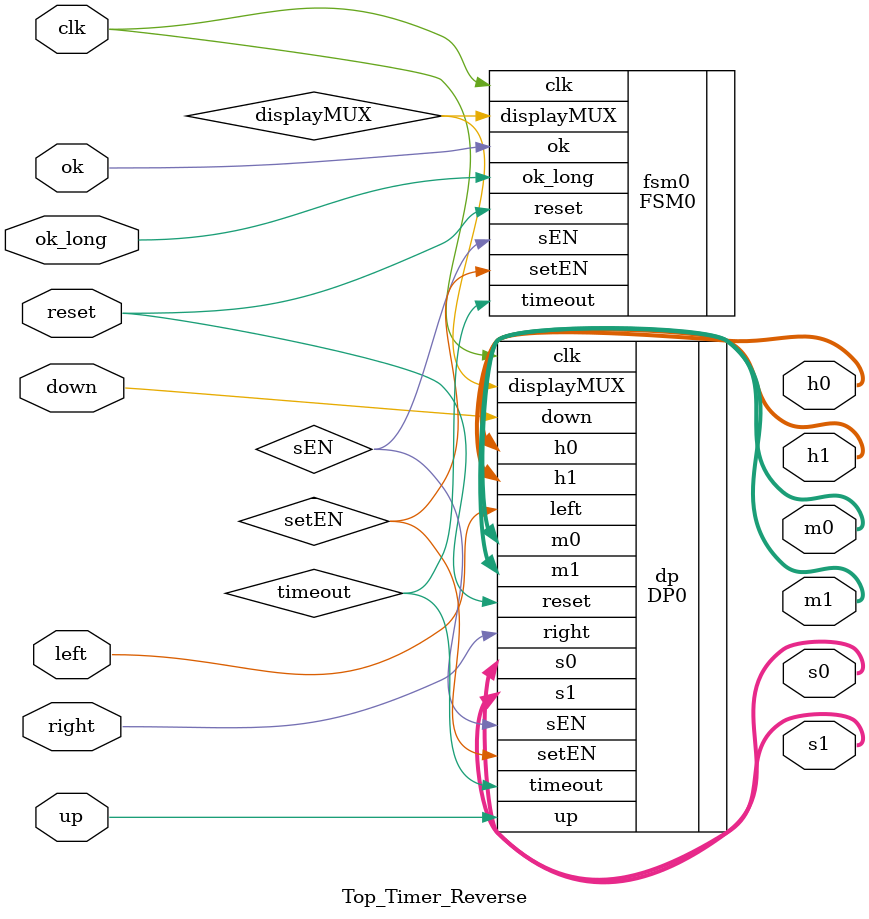
<source format=v>
module Top_Timer_Reverse(
    input clk,           
    input reset,       
    input ok,              
    input ok_long,      
    input up,                 
    input down,          
    input left,              
    input right,        
    output [3:0] h1,        
    output [3:0] h0,        
    output [3:0] m1,          
    output [3:0] m0,        
    output [3:0] s1,         
    output [3:0] s0        
);
    wire setEN;             
    wire displayMUX;        
    wire sEN;               
    wire timeout;          
   
    FSM0 fsm0 (
        .clk(clk),
        .reset(reset),
        .ok(ok),
        .ok_long(ok_long),
        .timeout(timeout),
        .setEN(setEN),
        .displayMUX(displayMUX),
        .sEN(sEN)
    );
    
    DP0 dp (
        .clk(clk),
        .reset(reset),
        .up(up),
        .down(down),
        .left(left),
        .right(right),
        .setEN(setEN),
        .sEN(sEN),
        .displayMUX(displayMUX),
        .timeout(timeout),
        .h1(h1),
        .h0(h0),
        .m1(m1),
        .m0(m0),
        .s1(s1),
        .s0(s0)
    );
endmodule

</source>
